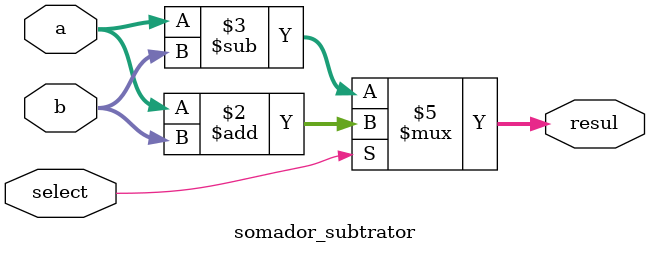
<source format=v>

module somador_subtrator  ( input [3:0] a,
                            input [3:0]  b,
                            input select,
                            output reg [4:0] resul
                    );

    always @ (*)
        if (select) begin
          resul = a + b;
        end
        else begin
          resul = a - b;
        end
 

endmodule
</source>
